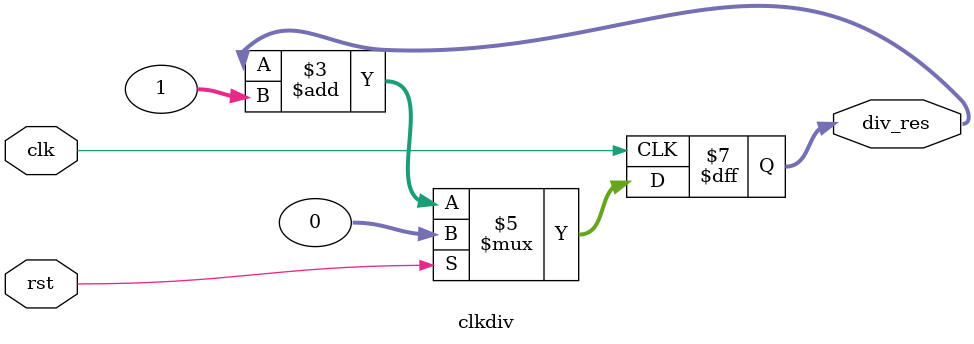
<source format=v>
module clkdiv(
    input               clk,
    input               rst, 
    output reg [31:0]   div_res
);

    always @(posedge clk) begin     
        if(rst == 1'b1) begin
            div_res <= 32'b0;
        end else begin
            div_res <= div_res + 32'b1; 
        end
    end

endmodule
</source>
